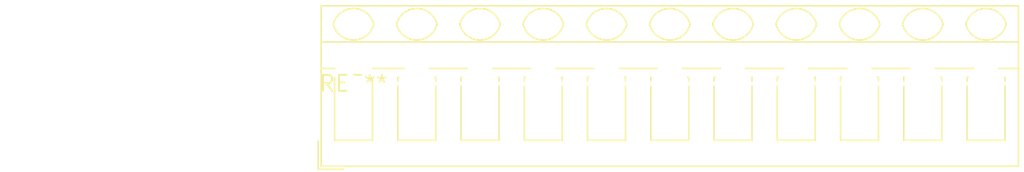
<source format=kicad_pcb>
(kicad_pcb (version 20240108) (generator pcbnew)
  (layers (0 "F.Cu" signal) (31 "B.Cu" signal) (34 "B.Paste" user) (35 "F.Paste" user) (36 "B.SilkS" user "B.Silkscreen") (37 "F.SilkS" user "F.Silkscreen") (38 "B.Mask" user) (39 "F.Mask" user) (44 "Edge.Cuts" user))
  (net 0 "")
  (footprint "TerminalBlock_RND_205-00065_1x11_P5.00mm_45Degree" (layer "F.Cu") (at 0 0)
    (property "Reference" "REF**")
    (property "Value" "TerminalBlock_RND_205-00065_1x11_P5.00mm_45Degree")
    (fp_line (start -2.8 4.56) (end -2.8 6.8) (layer "F.SilkS") (stroke (width 0.12)))
    (fp_line (start -2.8 6.8) (end -0.8 6.8) (layer "F.SilkS") (stroke (width 0.12)))
    (fp_line (start -2.56 -6.16) (end -2.56 6.56) (layer "F.SilkS") (stroke (width 0.12)))
    (fp_line (start -2.56 -6.16) (end 52.56 -6.16) (layer "F.SilkS") (stroke (width 0.12)))
    (fp_line (start -2.56 -3.301) (end 52.56 -3.301) (layer "F.SilkS") (stroke (width 0.12)))
    (fp_line (start -2.56 -1.201) (end -1.49 -1.201) (layer "F.SilkS") (stroke (width 0.12)))
    (fp_line (start -2.56 6.56) (end 52.56 6.56) (layer "F.SilkS") (stroke (width 0.12)))
    (fp_line (start -1.5 -0.5) (end -1.5 4.5) (layer "F.SilkS") (stroke (width 0.12)))
    (fp_line (start -1.5 -0.5) (end -1.49 -0.5) (layer "F.SilkS") (stroke (width 0.12)))
    (fp_line (start -1.5 4.5) (end 1.5 4.5) (layer "F.SilkS") (stroke (width 0.12)))
    (fp_line (start 1.49 -1.201) (end 4 -1.201) (layer "F.SilkS") (stroke (width 0.12)))
    (fp_line (start 1.49 -0.5) (end 1.5 -0.5) (layer "F.SilkS") (stroke (width 0.12)))
    (fp_line (start 1.5 -0.5) (end 1.5 4.5) (layer "F.SilkS") (stroke (width 0.12)))
    (fp_line (start 3.5 -0.5) (end 3.5 -0.202) (layer "F.SilkS") (stroke (width 0.12)))
    (fp_line (start 3.5 -0.5) (end 3.57 -0.5) (layer "F.SilkS") (stroke (width 0.12)))
    (fp_line (start 3.5 0.202) (end 3.5 4.5) (layer "F.SilkS") (stroke (width 0.12)))
    (fp_line (start 3.5 4.5) (end 6.5 4.5) (layer "F.SilkS") (stroke (width 0.12)))
    (fp_line (start 6.001 -1.201) (end 9 -1.201) (layer "F.SilkS") (stroke (width 0.12)))
    (fp_line (start 6.431 -0.5) (end 6.5 -0.5) (layer "F.SilkS") (stroke (width 0.12)))
    (fp_line (start 6.5 -0.5) (end 6.5 -0.202) (layer "F.SilkS") (stroke (width 0.12)))
    (fp_line (start 6.5 0.202) (end 6.5 4.5) (layer "F.SilkS") (stroke (width 0.12)))
    (fp_line (start 8.5 -0.5) (end 8.5 -0.202) (layer "F.SilkS") (stroke (width 0.12)))
    (fp_line (start 8.5 -0.5) (end 8.57 -0.5) (layer "F.SilkS") (stroke (width 0.12)))
    (fp_line (start 8.5 0.202) (end 8.5 4.5) (layer "F.SilkS") (stroke (width 0.12)))
    (fp_line (start 8.5 4.5) (end 11.5 4.5) (layer "F.SilkS") (stroke (width 0.12)))
    (fp_line (start 11.001 -1.201) (end 14 -1.201) (layer "F.SilkS") (stroke (width 0.12)))
    (fp_line (start 11.431 -0.5) (end 11.5 -0.5) (layer "F.SilkS") (stroke (width 0.12)))
    (fp_line (start 11.5 -0.5) (end 11.5 -0.202) (layer "F.SilkS") (stroke (width 0.12)))
    (fp_line (start 11.5 0.202) (end 11.5 4.5) (layer "F.SilkS") (stroke (width 0.12)))
    (fp_line (start 13.5 -0.5) (end 13.5 -0.202) (layer "F.SilkS") (stroke (width 0.12)))
    (fp_line (start 13.5 -0.5) (end 13.57 -0.5) (layer "F.SilkS") (stroke (width 0.12)))
    (fp_line (start 13.5 0.202) (end 13.5 4.5) (layer "F.SilkS") (stroke (width 0.12)))
    (fp_line (start 13.5 4.5) (end 16.5 4.5) (layer "F.SilkS") (stroke (width 0.12)))
    (fp_line (start 16.001 -1.201) (end 19 -1.201) (layer "F.SilkS") (stroke (width 0.12)))
    (fp_line (start 16.431 -0.5) (end 16.5 -0.5) (layer "F.SilkS") (stroke (width 0.12)))
    (fp_line (start 16.5 -0.5) (end 16.5 -0.202) (layer "F.SilkS") (stroke (width 0.12)))
    (fp_line (start 16.5 0.202) (end 16.5 4.5) (layer "F.SilkS") (stroke (width 0.12)))
    (fp_line (start 18.5 -0.5) (end 18.5 -0.202) (layer "F.SilkS") (stroke (width 0.12)))
    (fp_line (start 18.5 -0.5) (end 18.57 -0.5) (layer "F.SilkS") (stroke (width 0.12)))
    (fp_line (start 18.5 0.202) (end 18.5 4.5) (layer "F.SilkS") (stroke (width 0.12)))
    (fp_line (start 18.5 4.5) (end 21.5 4.5) (layer "F.SilkS") (stroke (width 0.12)))
    (fp_line (start 21.001 -1.201) (end 24 -1.201) (layer "F.SilkS") (stroke (width 0.12)))
    (fp_line (start 21.431 -0.5) (end 21.5 -0.5) (layer "F.SilkS") (stroke (width 0.12)))
    (fp_line (start 21.5 -0.5) (end 21.5 -0.202) (layer "F.SilkS") (stroke (width 0.12)))
    (fp_line (start 21.5 0.202) (end 21.5 4.5) (layer "F.SilkS") (stroke (width 0.12)))
    (fp_line (start 23.5 -0.5) (end 23.5 -0.202) (layer "F.SilkS") (stroke (width 0.12)))
    (fp_line (start 23.5 -0.5) (end 23.57 -0.5) (layer "F.SilkS") (stroke (width 0.12)))
    (fp_line (start 23.5 0.202) (end 23.5 4.5) (layer "F.SilkS") (stroke (width 0.12)))
    (fp_line (start 23.5 4.5) (end 26.5 4.5) (layer "F.SilkS") (stroke (width 0.12)))
    (fp_line (start 26.001 -1.201) (end 29 -1.201) (layer "F.SilkS") (stroke (width 0.12)))
    (fp_line (start 26.431 -0.5) (end 26.5 -0.5) (layer "F.SilkS") (stroke (width 0.12)))
    (fp_line (start 26.5 -0.5) (end 26.5 -0.202) (layer "F.SilkS") (stroke (width 0.12)))
    (fp_line (start 26.5 0.202) (end 26.5 4.5) (layer "F.SilkS") (stroke (width 0.12)))
    (fp_line (start 28.5 -0.5) (end 28.5 -0.202) (layer "F.SilkS") (stroke (width 0.12)))
    (fp_line (start 28.5 -0.5) (end 28.57 -0.5) (layer "F.SilkS") (stroke (width 0.12)))
    (fp_line (start 28.5 0.202) (end 28.5 4.5) (layer "F.SilkS") (stroke (width 0.12)))
    (fp_line (start 28.5 4.5) (end 31.5 4.5) (layer "F.SilkS") (stroke (width 0.12)))
    (fp_line (start 31.001 -1.201) (end 34 -1.201) (layer "F.SilkS") (stroke (width 0.12)))
    (fp_line (start 31.431 -0.5) (end 31.5 -0.5) (layer "F.SilkS") (stroke (width 0.12)))
    (fp_line (start 31.5 -0.5) (end 31.5 -0.202) (layer "F.SilkS") (stroke (width 0.12)))
    (fp_line (start 31.5 0.202) (end 31.5 4.5) (layer "F.SilkS") (stroke (width 0.12)))
    (fp_line (start 33.5 -0.5) (end 33.5 -0.202) (layer "F.SilkS") (stroke (width 0.12)))
    (fp_line (start 33.5 -0.5) (end 33.57 -0.5) (layer "F.SilkS") (stroke (width 0.12)))
    (fp_line (start 33.5 0.202) (end 33.5 4.5) (layer "F.SilkS") (stroke (width 0.12)))
    (fp_line (start 33.5 4.5) (end 36.5 4.5) (layer "F.SilkS") (stroke (width 0.12)))
    (fp_line (start 36.001 -1.201) (end 39 -1.201) (layer "F.SilkS") (stroke (width 0.12)))
    (fp_line (start 36.431 -0.5) (end 36.5 -0.5) (layer "F.SilkS") (stroke (width 0.12)))
    (fp_line (start 36.5 -0.5) (end 36.5 -0.202) (layer "F.SilkS") (stroke (width 0.12)))
    (fp_line (start 36.5 0.202) (end 36.5 4.5) (layer "F.SilkS") (stroke (width 0.12)))
    (fp_line (start 38.5 -0.5) (end 38.5 -0.202) (layer "F.SilkS") (stroke (width 0.12)))
    (fp_line (start 38.5 -0.5) (end 38.57 -0.5) (layer "F.SilkS") (stroke (width 0.12)))
    (fp_line (start 38.5 0.202) (end 38.5 4.5) (layer "F.SilkS") (stroke (width 0.12)))
    (fp_line (start 38.5 4.5) (end 41.5 4.5) (layer "F.SilkS") (stroke (width 0.12)))
    (fp_line (start 41.001 -1.201) (end 44 -1.201) (layer "F.SilkS") (stroke (width 0.12)))
    (fp_line (start 41.431 -0.5) (end 41.5 -0.5) (layer "F.SilkS") (stroke (width 0.12)))
    (fp_line (start 41.5 -0.5) (end 41.5 -0.202) (layer "F.SilkS") (stroke (width 0.12)))
    (fp_line (start 41.5 0.202) (end 41.5 4.5) (layer "F.SilkS") (stroke (width 0.12)))
    (fp_line (start 43.5 -0.5) (end 43.5 -0.202) (layer "F.SilkS") (stroke (width 0.12)))
    (fp_line (start 43.5 -0.5) (end 43.57 -0.5) (layer "F.SilkS") (stroke (width 0.12)))
    (fp_line (start 43.5 0.202) (end 43.5 4.5) (layer "F.SilkS") (stroke (width 0.12)))
    (fp_line (start 43.5 4.5) (end 46.5 4.5) (layer "F.SilkS") (stroke (width 0.12)))
    (fp_line (start 46.001 -1.201) (end 49 -1.201) (layer "F.SilkS") (stroke (width 0.12)))
    (fp_line (start 46.431 -0.5) (end 46.5 -0.5) (layer "F.SilkS") (stroke (width 0.12)))
    (fp_line (start 46.5 -0.5) (end 46.5 -0.202) (layer "F.SilkS") (stroke (width 0.12)))
    (fp_line (start 46.5 0.202) (end 46.5 4.5) (layer "F.SilkS") (stroke (width 0.12)))
    (fp_line (start 48.5 -0.5) (end 48.5 -0.202) (layer "F.SilkS") (stroke (width 0.12)))
    (fp_line (start 48.5 -0.5) (end 48.57 -0.5) (layer "F.SilkS") (stroke (width 0.12)))
    (fp_line (start 48.5 0.202) (end 48.5 4.5) (layer "F.SilkS") (stroke (width 0.12)))
    (fp_line (start 48.5 4.5) (end 51.5 4.5) (layer "F.SilkS") (stroke (width 0.12)))
    (fp_line (start 51.001 -1.201) (end 52.56 -1.201) (layer "F.SilkS") (stroke (width 0.12)))
    (fp_line (start 51.431 -0.5) (end 51.5 -0.5) (layer "F.SilkS") (stroke (width 0.12)))
    (fp_line (start 51.5 -0.5) (end 51.5 -0.202) (layer "F.SilkS") (stroke (width 0.12)))
    (fp_line (start 51.5 0.202) (end 51.5 4.5) (layer "F.SilkS") (stroke (width 0.12)))
    (fp_line (start 52.56 -6.16) (end 52.56 6.56) (layer "F.SilkS") (stroke (width 0.12)))
    (fp_arc (start -1.600914 -4.700344) (mid 0.000177 -5.95097) (end 1.601 -4.7) (layer "F.SilkS") (stroke (width 0.12)))
    (fp_arc (start 1.6 -4.7) (mid -6.4e-05 -3.45) (end -1.600031 -4.700125) (layer "F.SilkS") (stroke (width 0.12)))
    (fp_arc (start 3.399086 -4.700344) (mid 5.000177 -5.95097) (end 6.601 -4.7) (layer "F.SilkS") (stroke (width 0.12)))
    (fp_arc (start 6.6 -4.7) (mid 4.999936 -3.45) (end 3.399969 -4.700125) (layer "F.SilkS") (stroke (width 0.12)))
    (fp_arc (start 8.399086 -4.700344) (mid 10.000177 -5.95097) (end 11.601 -4.7) (layer "F.SilkS") (stroke (width 0.12)))
    (fp_arc (start 11.6 -4.7) (mid 9.999936 -3.45) (end 8.399969 -4.700125) (layer "F.SilkS") (stroke (width 0.12)))
    (fp_arc (start 13.399086 -4.700344) (mid 15.000177 -5.95097) (end 16.601 -4.7) (layer "F.SilkS") (stroke (width 0.12)))
    (fp_arc (start 16.6 -4.7) (mid 14.999936 -3.45) (end 13.399969 -4.700125) (layer "F.SilkS") (stroke (width 0.12)))
    (fp_arc (start 18.399086 -4.700344) (mid 20.000177 -5.95097) (end 21.601 -4.7) (layer "F.SilkS") (stroke (width 0.12)))
    (fp_arc (start 21.6 -4.7) (mid 19.999936 -3.45) (end 18.399969 -4.700125) (layer "F.SilkS") (stroke (width 0.12)))
    (fp_arc (start 23.399086 -4.700344) (mid 25.000177 -5.95097) (end 26.601 -4.7) (layer "F.SilkS") (stroke (width 0.12)))
    (fp_arc (start 26.6 -4.7) (mid 24.999936 -3.45) (end 23.399969 -4.700125) (layer "F.SilkS") (stroke (width 0.12)))
    (fp_arc (start 28.399086 -4.700344) (mid 30.000177 -5.95097) (end 31.601 -4.7) (layer "F.SilkS") (stroke (width 0.12)))
    (fp_arc (start 31.6 -4.7) (mid 29.999936 -3.45) (end 28.399969 -4.700125) (layer "F.SilkS") (stroke (width 0.12)))
    (fp_arc (start 33.399086 -4.700344) (mid 35.000177 -5.95097) (end 36.601 -4.7) (layer "F.SilkS") (stroke (width 0.12)))
    (fp_arc (start 36.6 -4.7) (mid 34.999936 -3.45) (end 33.399969 -4.700125) (layer "F.SilkS") (stroke (width 0.12)))
    (fp_arc (start 38.399086 -4.700344) (mid 40.000177 -5.95097) (end 41.601 -4.7) (layer "F.SilkS") (stroke (width 0.12)))
    (fp_arc (start 41.6 -4.7) (mid 39.999936 -3.45) (end 38.399969 -4.700125) (layer "F.SilkS") (stroke (width 0.12)))
    (fp_arc (start 43.399086 -4.700344) (mid 45.000177 -5.95097) (end 46.601 -4.7) (layer "F.SilkS") (stroke (width 0.12)))
    (fp_arc (start 46.6 -4.7) (mid 44.999936 -3.45) (end 43.399969 -4.700125) (layer "F.SilkS") (stroke (width 0.12)))
    (fp_arc (start 48.399086 -4.700344) (mid 50.000177 -5.95097) (end 51.601 -4.7) (layer "F.SilkS") (stroke (width 0.12)))
    (fp_arc (start 51.6 -4.7) (mid 49.999936 -3.45) (end 48.399969 -4.700125) (layer "F.SilkS") (stroke (width 0.12)))
    (pad "1" thru_hole rect (at 0 0) (size 2.5 2.5) (drill 1.3) (layers *.Cu *.Mask) (remove_unused_layers))
    (pad "2" thru_hole circle (at 5 0) (size 2.5 2.5) (drill 1.3) (layers *.Cu *.Mask) (remove_unused_layers))
    (pad "3" thru_hole circle (at 10 0) (size 2.5 2.5) (drill 1.3) (layers *.Cu *.Mask) (remove_unused_layers))
    (pad "4" thru_hole circle (at 15 0) (size 2.5 2.5) (drill 1.3) (layers *.Cu *.Mask) (remove_unused_layers))
    (pad "5" thru_hole circle (at 20 0) (size 2.5 2.5) (drill 1.3) (layers *.Cu *.Mask) (remove_unused_layers))
    (pad "6" thru_hole circle (at 25 0) (size 2.5 2.5) (drill 1.3) (layers *.Cu *.Mask) (remove_unused_layers))
    (pad "7" thru_hole circle (at 30 0) (size 2.5 2.5) (drill 1.3) (layers *.Cu *.Mask) (remove_unused_layers))
    (pad "8" thru_hole circle (at 35 0) (size 2.5 2.5) (drill 1.3) (layers *.Cu *.Mask) (remove_unused_layers))
    (pad "9" thru_hole circle (at 40 0) (size 2.5 2.5) (drill 1.3) (layers *.Cu *.Mask) (remove_unused_layers))
    (pad "10" thru_hole circle (at 45 0) (size 2.5 2.5) (drill 1.3) (layers *.Cu *.Mask) (remove_unused_layers))
    (pad "11" thru_hole circle (at 50 0) (size 2.5 2.5) (drill 1.3) (layers *.Cu *.Mask) (remove_unused_layers))
  )
)
</source>
